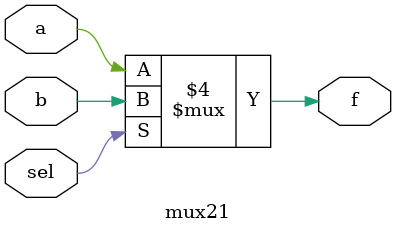
<source format=sv>
module mux21 #(parameter width = 1)
(
	input sel,
	input [width-1:0] a, b,
	output logic [width-1:0] f
);

always_comb 
begin
	if(sel == 0)
		f = a;
	else f = b;
end
endmodule : mux21
</source>
